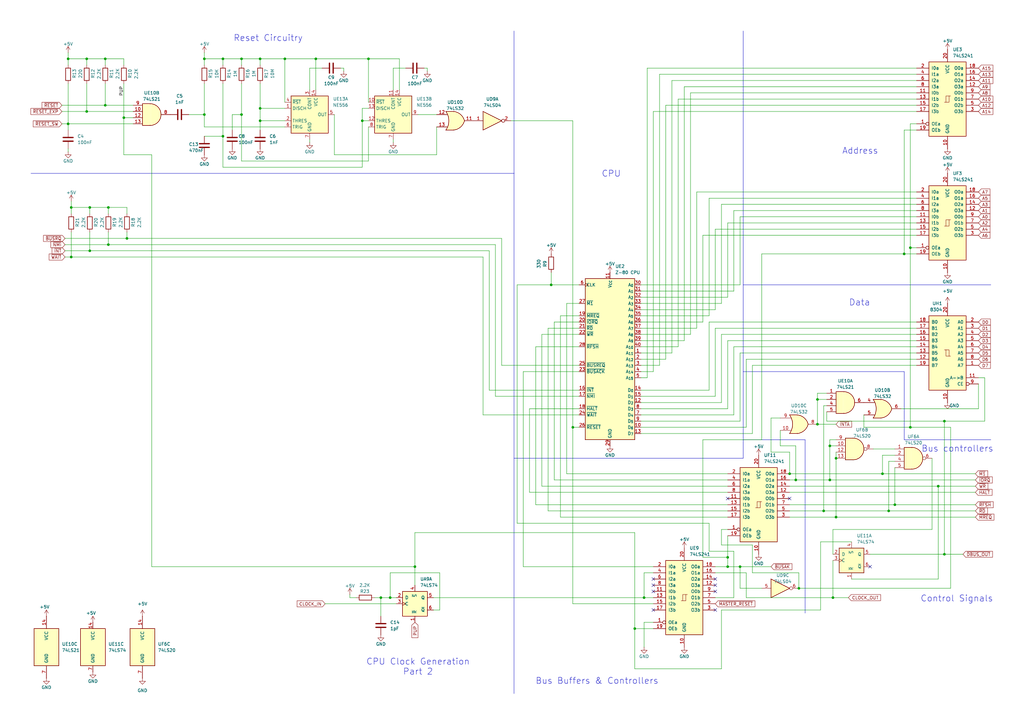
<source format=kicad_sch>
(kicad_sch (version 20250114) (generator "eeschema") (generator_version "9.0")
  (paper "A3")
  (text "CPU Clock Generation\nPart 2" (at 171.45 273.558 0) (effects (font (size 2.54 2.54))))
  (text "Data" (at 352.552 124.206 0) (effects (font (size 2.54 2.54))))
  (text "Bus controllers" (at 392.684 184.15 0) (effects (font (size 2.54 2.54))))
  (text "Address" (at 352.806 61.976 0) (effects (font (size 2.54 2.54))))
  (text "Bus Buffers & Controllers" (at 244.856 279.4 0) (effects (font (size 2.54 2.54))))
  (text "Reset Circuitry" (at 109.982 15.748 0) (effects (font (size 2.54 2.54))))
  (text "Control Signals" (at 392.43 245.618 0) (effects (font (size 2.54 2.54))))
  (text "CPU" (at 250.698 71.374 0) (effects (font (size 2.54 2.54))))
  (junction (at 298.45 232.41))
  (junction (at 170.18 232.41))
  (junction (at 43.18 24.13))
  (junction (at 160.02 245.11))
  (junction (at 106.68 44.45))
  (junction (at 341.63 245.11))
  (junction (at 35.56 45.72))
  (junction (at 36.83 102.87))
  (junction (at 340.36 182.88))
  (junction (at 323.85 194.31))
  (junction (at 373.38 175.26))
  (junction (at 342.9 212.09))
  (junction (at 44.45 85.09))
  (junction (at 91.44 55.88))
  (junction (at 327.66 241.3))
  (junction (at 335.28 173.99))
  (junction (at 99.06 46.99))
  (junction (at 340.36 196.85))
  (junction (at 264.16 245.11))
  (junction (at 29.21 85.09))
  (junction (at 36.83 85.09))
  (junction (at 83.82 46.99))
  (junction (at 370.84 104.14))
  (junction (at 387.35 172.72))
  (junction (at 260.35 257.81))
  (junction (at 156.21 245.11))
  (junction (at 29.21 105.41))
  (junction (at 83.82 24.13))
  (junction (at 44.45 100.33))
  (junction (at 337.82 209.55))
  (junction (at 27.94 24.13))
  (junction (at 226.06 116.84))
  (junction (at 234.95 175.26))
  (junction (at 27.94 50.8))
  (junction (at 35.56 24.13))
  (junction (at 387.35 227.33))
  (junction (at 50.8 48.26))
  (junction (at 106.68 49.53))
  (junction (at 116.84 24.13))
  (junction (at 384.81 199.39))
  (junction (at 148.59 49.53))
  (junction (at 335.28 163.83))
  (junction (at 373.38 101.6))
  (junction (at 298.45 228.6))
  (junction (at 303.53 232.41))
  (junction (at 106.68 24.13))
  (junction (at 99.06 24.13))
  (junction (at 367.03 207.01))
  (junction (at 52.07 97.79))
  (junction (at 91.44 24.13))
  (junction (at 129.54 24.13))
  (junction (at 43.18 43.18))
  (junction (at 364.49 209.55))
  (junction (at 326.39 196.85))
  (junction (at 151.13 24.13))
  (junction (at 361.95 194.31))
  (junction (at 342.9 187.96))
  (no_connect (at 267.97 240.03))
  (no_connect (at 267.97 242.57))
  (no_connect (at 293.37 237.49))
  (no_connect (at 323.85 204.47))
  (no_connect (at 298.45 204.47))
  (no_connect (at 293.37 250.19))
  (no_connect (at 293.37 240.03))
  (no_connect (at 356.87 232.41))
  (no_connect (at 267.97 250.19))
  (no_connect (at 267.97 237.49))
  (no_connect (at 293.37 242.57))
  (wire (pts (xy 375.92 96.52) (xy 288.29 96.52)))
  (wire (pts (xy 370.84 53.34) (xy 370.84 104.14)))
  (wire (pts (xy 375.92 147.32) (xy 306.07 147.32)))
  (wire (pts (xy 232.41 124.46) (xy 237.49 124.46)))
  (wire (pts (xy 161.29 27.94) (xy 161.29 36.83)))
  (wire (pts (xy 260.35 257.81) (xy 260.35 218.44)))
  (wire (pts (xy 99.06 46.99) (xy 99.06 66.04)))
  (wire (pts (xy 116.84 49.53) (xy 106.68 49.53)))
  (wire (pts (xy 341.63 245.11) (xy 347.98 245.11)))
  (wire (pts (xy 303.53 144.78) (xy 303.53 172.72)))
  (wire (pts (xy 273.05 147.32) (xy 262.89 147.32)))
  (wire (pts (xy 151.13 24.13) (xy 129.54 24.13)))
  (wire (pts (xy 375.92 78.74) (xy 285.75 78.74)))
  (wire (pts (xy 83.82 21.59) (xy 83.82 24.13)))
  (wire (pts (xy 382.27 217.17) (xy 341.63 217.17)))
  (wire (pts (xy 306.07 147.32) (xy 306.07 175.26)))
  (wire (pts (xy 26.67 97.79) (xy 52.07 97.79)))
  (wire (pts (xy 52.07 97.79) (xy 52.07 95.25)))
  (wire (pts (xy 217.17 167.64) (xy 237.49 167.64)))
  (wire (pts (xy 224.79 209.55) (xy 224.79 134.62)))
  (wire (pts (xy 327.66 234.95) (xy 308.61 234.95)))
  (polyline (pts (xy 210.82 12.7) (xy 210.82 71.12)))
  (wire (pts (xy 389.89 175.26) (xy 389.89 241.3)))
  (wire (pts (xy 384.81 199.39) (xy 400.05 199.39)))
  (wire (pts (xy 91.44 55.88) (xy 91.44 34.29)))
  (wire (pts (xy 288.29 228.6) (xy 298.45 228.6)))
  (wire (pts (xy 303.53 88.9) (xy 303.53 116.84)))
  (wire (pts (xy 401.32 154.94) (xy 403.86 154.94)))
  (wire (pts (xy 264.16 255.27) (xy 267.97 255.27)))
  (wire (pts (xy 227.33 196.85) (xy 227.33 132.08)))
  (wire (pts (xy 36.83 85.09) (xy 29.21 85.09)))
  (wire (pts (xy 335.28 161.29) (xy 335.28 163.83)))
  (polyline (pts (xy 12.7 71.12) (xy 210.82 71.12)))
  (wire (pts (xy 364.49 209.55) (xy 400.05 209.55)))
  (wire (pts (xy 106.68 49.53) (xy 106.68 53.34)))
  (wire (pts (xy 25.4 43.18) (xy 43.18 43.18)))
  (wire (pts (xy 137.16 63.5) (xy 179.07 63.5)))
  (wire (pts (xy 339.09 172.72) (xy 387.35 172.72)))
  (wire (pts (xy 129.54 24.13) (xy 116.84 24.13)))
  (wire (pts (xy 212.09 116.84) (xy 226.06 116.84)))
  (wire (pts (xy 175.26 27.94) (xy 175.26 29.21)))
  (wire (pts (xy 323.85 196.85) (xy 326.39 196.85)))
  (wire (pts (xy 27.94 60.96) (xy 27.94 62.23)))
  (wire (pts (xy 298.45 209.55) (xy 224.79 209.55)))
  (wire (pts (xy 25.4 50.8) (xy 27.94 50.8)))
  (wire (pts (xy 43.18 34.29) (xy 43.18 43.18)))
  (wire (pts (xy 298.45 228.6) (xy 298.45 232.41)))
  (wire (pts (xy 375.92 88.9) (xy 303.53 88.9)))
  (wire (pts (xy 95.25 46.99) (xy 99.06 46.99)))
  (wire (pts (xy 293.37 127) (xy 262.89 127)))
  (wire (pts (xy 198.12 170.18) (xy 198.12 105.41)))
  (wire (pts (xy 177.8 250.19) (xy 180.34 250.19)))
  (wire (pts (xy 153.67 245.11) (xy 156.21 245.11)))
  (wire (pts (xy 300.99 86.36) (xy 300.99 119.38)))
  (wire (pts (xy 91.44 68.58) (xy 91.44 55.88)))
  (wire (pts (xy 106.68 49.53) (xy 106.68 44.45)))
  (wire (pts (xy 27.94 50.8) (xy 27.94 53.34)))
  (wire (pts (xy 275.59 144.78) (xy 262.89 144.78)))
  (polyline (pts (xy 330.2 180.34) (xy 330.2 251.46)))
  (wire (pts (xy 340.36 196.85) (xy 400.05 196.85)))
  (wire (pts (xy 264.16 234.95) (xy 264.16 245.11)))
  (wire (pts (xy 298.45 199.39) (xy 222.25 199.39)))
  (wire (pts (xy 151.13 66.04) (xy 151.13 52.07)))
  (wire (pts (xy 323.85 209.55) (xy 337.82 209.55)))
  (wire (pts (xy 151.13 49.53) (xy 148.59 49.53)))
  (wire (pts (xy 160.02 245.11) (xy 162.56 245.11)))
  (wire (pts (xy 148.59 68.58) (xy 91.44 68.58)))
  (wire (pts (xy 219.71 207.01) (xy 219.71 142.24)))
  (wire (pts (xy 156.21 252.73) (xy 156.21 245.11)))
  (wire (pts (xy 308.61 149.86) (xy 308.61 177.8)))
  (wire (pts (xy 171.45 46.99) (xy 179.07 46.99)))
  (wire (pts (xy 237.49 170.18) (xy 198.12 170.18)))
  (wire (pts (xy 295.91 165.1) (xy 262.89 165.1)))
  (wire (pts (xy 209.55 49.53) (xy 234.95 49.53)))
  (polyline (pts (xy 304.8 12.7) (xy 304.8 116.84)))
  (wire (pts (xy 95.25 53.34) (xy 95.25 46.99)))
  (wire (pts (xy 375.92 33.02) (xy 275.59 33.02)))
  (wire (pts (xy 99.06 66.04) (xy 151.13 66.04)))
  (wire (pts (xy 369.57 167.64) (xy 401.32 167.64)))
  (wire (pts (xy 367.03 191.77) (xy 367.03 207.01)))
  (wire (pts (xy 375.92 35.56) (xy 280.67 35.56)))
  (wire (pts (xy 264.16 245.11) (xy 267.97 245.11)))
  (polyline (pts (xy 304.8 187.96) (xy 304.8 180.34)))
  (wire (pts (xy 44.45 85.09) (xy 44.45 87.63)))
  (wire (pts (xy 205.74 97.79) (xy 52.07 97.79)))
  (wire (pts (xy 293.37 232.41) (xy 298.45 232.41)))
  (wire (pts (xy 50.8 63.5) (xy 50.8 48.26)))
  (polyline (pts (xy 370.84 180.34) (xy 406.4 180.34)))
  (wire (pts (xy 170.18 240.03) (xy 170.18 232.41)))
  (wire (pts (xy 237.49 149.86) (xy 205.74 149.86)))
  (wire (pts (xy 44.45 100.33) (xy 44.45 95.25)))
  (wire (pts (xy 375.92 30.48) (xy 270.51 30.48)))
  (wire (pts (xy 260.35 274.32) (xy 260.35 257.81)))
  (wire (pts (xy 237.49 162.56) (xy 203.2 162.56)))
  (wire (pts (xy 198.12 105.41) (xy 29.21 105.41)))
  (wire (pts (xy 280.67 139.7) (xy 262.89 139.7)))
  (wire (pts (xy 300.99 226.06) (xy 290.83 226.06)))
  (wire (pts (xy 288.29 180.34) (xy 288.29 228.6)))
  (wire (pts (xy 300.99 245.11) (xy 300.99 226.06)))
  (wire (pts (xy 283.21 137.16) (xy 262.89 137.16)))
  (wire (pts (xy 180.34 250.19) (xy 180.34 234.95)))
  (polyline (pts (xy 304.8 152.4) (xy 304.8 116.84)))
  (wire (pts (xy 267.97 152.4) (xy 262.89 152.4)))
  (wire (pts (xy 133.35 247.65) (xy 162.56 247.65)))
  (wire (pts (xy 295.91 124.46) (xy 262.89 124.46)))
  (polyline (pts (xy 370.84 152.4) (xy 370.84 180.34)))
  (wire (pts (xy 44.45 85.09) (xy 36.83 85.09)))
  (wire (pts (xy 35.56 34.29) (xy 35.56 45.72)))
  (wire (pts (xy 288.29 132.08) (xy 262.89 132.08)))
  (wire (pts (xy 166.37 27.94) (xy 161.29 27.94)))
  (wire (pts (xy 306.07 175.26) (xy 262.89 175.26)))
  (wire (pts (xy 91.44 26.67) (xy 91.44 24.13)))
  (wire (pts (xy 375.92 144.78) (xy 303.53 144.78)))
  (wire (pts (xy 116.84 52.07) (xy 83.82 52.07)))
  (wire (pts (xy 290.83 226.06) (xy 290.83 214.63)))
  (wire (pts (xy 295.91 250.19) (xy 295.91 274.32)))
  (wire (pts (xy 300.99 142.24) (xy 300.99 170.18)))
  (wire (pts (xy 151.13 44.45) (xy 148.59 44.45)))
  (wire (pts (xy 375.92 91.44) (xy 298.45 91.44)))
  (wire (pts (xy 217.17 201.93) (xy 217.17 167.64)))
  (wire (pts (xy 298.45 139.7) (xy 298.45 167.64)))
  (wire (pts (xy 214.63 152.4) (xy 214.63 232.41)))
  (wire (pts (xy 367.03 189.23) (xy 364.49 189.23)))
  (wire (pts (xy 151.13 24.13) (xy 151.13 41.91)))
  (wire (pts (xy 222.25 137.16) (xy 237.49 137.16)))
  (wire (pts (xy 29.21 85.09) (xy 29.21 82.55)))
  (wire (pts (xy 349.25 222.25) (xy 336.55 222.25)))
  (wire (pts (xy 275.59 33.02) (xy 275.59 144.78)))
  (wire (pts (xy 203.2 100.33) (xy 44.45 100.33)))
  (wire (pts (xy 148.59 49.53) (xy 148.59 68.58)))
  (wire (pts (xy 62.23 232.41) (xy 62.23 63.5)))
  (wire (pts (xy 340.36 182.88) (xy 340.36 196.85)))
  (wire (pts (xy 375.92 45.72) (xy 267.97 45.72)))
  (wire (pts (xy 179.07 63.5) (xy 179.07 52.07)))
  (wire (pts (xy 50.8 24.13) (xy 43.18 24.13)))
  (wire (pts (xy 295.91 223.52) (xy 295.91 217.17)))
  (wire (pts (xy 83.82 52.07) (xy 83.82 46.99)))
  (wire (pts (xy 375.92 83.82) (xy 295.91 83.82)))
  (wire (pts (xy 143.51 245.11) (xy 143.51 243.84)))
  (wire (pts (xy 227.33 132.08) (xy 237.49 132.08)))
  (wire (pts (xy 265.43 154.94) (xy 262.89 154.94)))
  (wire (pts (xy 83.82 34.29) (xy 83.82 46.99)))
  (wire (pts (xy 99.06 24.13) (xy 91.44 24.13)))
  (wire (pts (xy 382.27 187.96) (xy 382.27 217.17)))
  (wire (pts (xy 27.94 24.13) (xy 27.94 21.59)))
  (wire (pts (xy 342.9 187.96) (xy 342.9 212.09)))
  (wire (pts (xy 116.84 44.45) (xy 106.68 44.45)))
  (wire (pts (xy 140.97 27.94) (xy 140.97 29.21)))
  (wire (pts (xy 308.61 223.52) (xy 295.91 223.52)))
  (wire (pts (xy 373.38 101.6) (xy 375.92 101.6)))
  (wire (pts (xy 35.56 24.13) (xy 27.94 24.13)))
  (wire (pts (xy 36.83 85.09) (xy 36.83 87.63)))
  (wire (pts (xy 200.66 160.02) (xy 200.66 102.87)))
  (wire (pts (xy 226.06 116.84) (xy 237.49 116.84)))
  (wire (pts (xy 237.49 152.4) (xy 214.63 152.4)))
  (wire (pts (xy 278.13 142.24) (xy 262.89 142.24)))
  (wire (pts (xy 375.92 104.14) (xy 370.84 104.14)))
  (wire (pts (xy 50.8 48.26) (xy 50.8 34.29)))
  (wire (pts (xy 316.23 171.45) (xy 316.23 185.42)))
  (wire (pts (xy 312.42 104.14) (xy 312.42 180.34)))
  (wire (pts (xy 323.85 201.93) (xy 400.05 201.93)))
  (wire (pts (xy 229.87 129.54) (xy 237.49 129.54)))
  (wire (pts (xy 303.53 241.3) (xy 312.42 241.3)))
  (wire (pts (xy 375.92 40.64) (xy 278.13 40.64)))
  (wire (pts (xy 361.95 194.31) (xy 400.05 194.31)))
  (wire (pts (xy 298.45 232.41) (xy 303.53 232.41)))
  (wire (pts (xy 267.97 257.81) (xy 260.35 257.81)))
  (wire (pts (xy 349.25 237.49) (xy 384.81 237.49)))
  (wire (pts (xy 293.37 134.62) (xy 293.37 162.56)))
  (wire (pts (xy 323.85 194.31) (xy 361.95 194.31)))
  (wire (pts (xy 295.91 274.32) (xy 260.35 274.32)))
  (wire (pts (xy 339.09 161.29) (xy 335.28 161.29)))
  (wire (pts (xy 232.41 194.31) (xy 232.41 124.46)))
  (wire (pts (xy 27.94 34.29) (xy 27.94 50.8)))
  (wire (pts (xy 375.92 53.34) (xy 370.84 53.34)))
  (wire (pts (xy 265.43 27.94) (xy 265.43 154.94)))
  (wire (pts (xy 387.35 227.33) (xy 387.35 172.72)))
  (wire (pts (xy 303.53 232.41) (xy 316.23 232.41)))
  (polyline (pts (xy 304.8 152.4) (xy 370.84 152.4)))
  (wire (pts (xy 214.63 232.41) (xy 267.97 232.41)))
  (wire (pts (xy 200.66 102.87) (xy 36.83 102.87)))
  (wire (pts (xy 156.21 245.11) (xy 160.02 245.11)))
  (wire (pts (xy 290.83 214.63) (xy 212.09 214.63)))
  (wire (pts (xy 375.92 93.98) (xy 293.37 93.98)))
  (wire (pts (xy 375.92 50.8) (xy 373.38 50.8)))
  (wire (pts (xy 99.06 26.67) (xy 99.06 24.13)))
  (wire (pts (xy 161.29 57.15) (xy 161.29 58.42)))
  (wire (pts (xy 337.82 209.55) (xy 364.49 209.55)))
  (wire (pts (xy 293.37 93.98) (xy 293.37 127)))
  (wire (pts (xy 127 27.94) (xy 127 36.83)))
  (wire (pts (xy 300.99 119.38) (xy 262.89 119.38)))
  (wire (pts (xy 306.07 245.11) (xy 341.63 245.11)))
  (wire (pts (xy 267.97 234.95) (xy 264.16 234.95)))
  (wire (pts (xy 295.91 83.82) (xy 295.91 124.46)))
  (wire (pts (xy 375.92 142.24) (xy 300.99 142.24)))
  (wire (pts (xy 52.07 87.63) (xy 52.07 85.09)))
  (wire (pts (xy 290.83 129.54) (xy 262.89 129.54)))
  (wire (pts (xy 170.18 232.41) (xy 62.23 232.41)))
  (wire (pts (xy 375.92 81.28) (xy 290.83 81.28)))
  (wire (pts (xy 298.45 194.31) (xy 232.41 194.31)))
  (wire (pts (xy 106.68 24.13) (xy 99.06 24.13)))
  (wire (pts (xy 326.39 196.85) (xy 340.36 196.85)))
  (wire (pts (xy 278.13 40.64) (xy 278.13 142.24)))
  (wire (pts (xy 270.51 149.86) (xy 262.89 149.86)))
  (wire (pts (xy 170.18 218.44) (xy 170.18 232.41)))
  (wire (pts (xy 163.83 36.83) (xy 163.83 24.13)))
  (wire (pts (xy 83.82 55.88) (xy 91.44 55.88)))
  (wire (pts (xy 303.53 116.84) (xy 262.89 116.84)))
  (wire (pts (xy 295.91 137.16) (xy 295.91 165.1)))
  (wire (pts (xy 298.45 167.64) (xy 262.89 167.64)))
  (wire (pts (xy 283.21 38.1) (xy 283.21 137.16)))
  (wire (pts (xy 54.61 48.26) (xy 50.8 48.26)))
  (wire (pts (xy 43.18 24.13) (xy 35.56 24.13)))
  (wire (pts (xy 316.23 185.42) (xy 323.85 185.42)))
  (wire (pts (xy 298.45 121.92) (xy 262.89 121.92)))
  (wire (pts (xy 260.35 218.44) (xy 170.18 218.44)))
  (wire (pts (xy 358.14 184.15) (xy 367.03 184.15)))
  (wire (pts (xy 340.36 180.34) (xy 340.36 182.88)))
  (wire (pts (xy 219.71 142.24) (xy 237.49 142.24)))
  (wire (pts (xy 341.63 217.17) (xy 341.63 227.33)))
  (wire (pts (xy 373.38 50.8) (xy 373.38 101.6)))
  (wire (pts (xy 264.16 265.43) (xy 264.16 255.27)))
  (wire (pts (xy 43.18 43.18) (xy 54.61 43.18)))
  (wire (pts (xy 384.81 237.49) (xy 384.81 199.39)))
  (wire (pts (xy 177.8 245.11) (xy 264.16 245.11)))
  (wire (pts (xy 335.28 163.83) (xy 339.09 163.83)))
  (polyline (pts (xy 210.82 71.12) (xy 210.82 284.48)))
  (wire (pts (xy 290.83 160.02) (xy 262.89 160.02)))
  (wire (pts (xy 139.7 27.94) (xy 140.97 27.94)))
  (wire (pts (xy 308.61 234.95) (xy 308.61 223.52)))
  (wire (pts (xy 160.02 234.95) (xy 160.02 245.11)))
  (wire (pts (xy 29.21 85.09) (xy 29.21 87.63)))
  (wire (pts (xy 91.44 24.13) (xy 83.82 24.13)))
  (wire (pts (xy 212.09 214.63) (xy 212.09 116.84)))
  (wire (pts (xy 375.92 38.1) (xy 283.21 38.1)))
  (polyline (pts (xy 210.82 187.96) (xy 304.8 187.96)))
  (wire (pts (xy 323.85 199.39) (xy 384.81 199.39)))
  (wire (pts (xy 367.03 186.69) (xy 361.95 186.69)))
  (wire (pts (xy 116.84 24.13) (xy 106.68 24.13)))
  (wire (pts (xy 224.79 134.62) (xy 237.49 134.62)))
  (wire (pts (xy 298.45 207.01) (xy 219.71 207.01)))
  (wire (pts (xy 337.82 166.37) (xy 337.82 209.55)))
  (wire (pts (xy 340.36 182.88) (xy 342.9 182.88)))
  (wire (pts (xy 237.49 175.26) (xy 234.95 175.26)))
  (wire (pts (xy 288.29 96.52) (xy 288.29 132.08)))
  (wire (pts (xy 303.53 172.72) (xy 262.89 172.72)))
  (wire (pts (xy 323.85 185.42) (xy 323.85 194.31)))
  (wire (pts (xy 173.99 27.94) (xy 175.26 27.94)))
  (wire (pts (xy 27.94 50.8) (xy 54.61 50.8)))
  (wire (pts (xy 298.45 201.93) (xy 217.17 201.93)))
  (wire (pts (xy 336.55 222.25) (xy 336.55 250.19)))
  (wire (pts (xy 267.97 247.65) (xy 234.95 247.65)))
  (wire (pts (xy 375.92 139.7) (xy 298.45 139.7)))
  (wire (pts (xy 295.91 217.17) (xy 298.45 217.17)))
  (wire (pts (xy 356.87 227.33) (xy 387.35 227.33)))
  (wire (pts (xy 298.45 219.71) (xy 298.45 228.6)))
  (wire (pts (xy 50.8 26.67) (xy 50.8 24.13)))
  (wire (pts (xy 373.38 101.6) (xy 373.38 175.26)))
  (wire (pts (xy 280.67 35.56) (xy 280.67 139.7)))
  (wire (pts (xy 83.82 24.13) (xy 83.82 26.67)))
  (wire (pts (xy 306.07 234.95) (xy 306.07 245.11)))
  (wire (pts (xy 285.75 78.74) (xy 285.75 134.62)))
  (wire (pts (xy 205.74 149.86) (xy 205.74 97.79)))
  (wire (pts (xy 389.89 241.3) (xy 327.66 241.3)))
  (wire (pts (xy 43.18 24.13) (xy 43.18 26.67)))
  (wire (pts (xy 106.68 44.45) (xy 106.68 34.29)))
  (wire (pts (xy 339.09 168.91) (xy 339.09 172.72)))
  (wire (pts (xy 226.06 111.76) (xy 226.06 116.84)))
  (wire (pts (xy 339.09 166.37) (xy 337.82 166.37)))
  (polyline (pts (xy 304.8 180.34) (xy 304.8 152.4)))
  (wire (pts (xy 285.75 134.62) (xy 262.89 134.62)))
  (wire (pts (xy 336.55 250.19) (xy 295.91 250.19)))
  (wire (pts (xy 26.67 102.87) (xy 36.83 102.87)))
  (wire (pts (xy 298.45 196.85) (xy 227.33 196.85)))
  (wire (pts (xy 375.92 134.62) (xy 293.37 134.62)))
  (wire (pts (xy 335.28 173.99) (xy 342.9 173.99)))
  (wire (pts (xy 373.38 175.26) (xy 389.89 175.26)))
  (wire (pts (xy 375.92 149.86) (xy 308.61 149.86)))
  (wire (pts (xy 367.03 207.01) (xy 400.05 207.01)))
  (wire (pts (xy 320.04 176.53) (xy 320.04 182.88)))
  (wire (pts (xy 354.33 170.18) (xy 354.33 175.26)))
  (wire (pts (xy 35.56 45.72) (xy 54.61 45.72)))
  (wire (pts (xy 375.92 27.94) (xy 265.43 27.94)))
  (wire (pts (xy 403.86 154.94) (xy 403.86 172.72)))
  (wire (pts (xy 25.4 45.72) (xy 35.56 45.72)))
  (wire (pts (xy 99.06 34.29) (xy 99.06 46.99)))
  (wire (pts (xy 364.49 189.23) (xy 364.49 209.55)))
  (wire (pts (xy 137.16 46.99) (xy 137.16 63.5)))
  (wire (pts (xy 222.25 199.39) (xy 222.25 137.16)))
  (wire (pts (xy 234.95 175.26) (xy 234.95 49.53)))
  (wire (pts (xy 62.23 63.5) (xy 50.8 63.5)))
  (wire (pts (xy 203.2 162.56) (xy 203.2 100.33)))
  (wire (pts (xy 327.66 241.3) (xy 327.66 234.95)))
  (wire (pts (xy 361.95 186.69) (xy 361.95 194.31)))
  (wire (pts (xy 180.34 234.95) (xy 160.02 234.95)))
  (wire (pts (xy 375.92 43.18) (xy 273.05 43.18)))
  (polyline (pts (xy 304.8 180.34) (xy 330.2 180.34)))
  (wire (pts (xy 146.05 245.11) (xy 143.51 245.11)))
  (wire (pts (xy 132.08 27.94) (xy 127 27.94)))
  (wire (pts (xy 163.83 24.13) (xy 151.13 24.13)))
  (wire (pts (xy 342.9 185.42) (xy 342.9 187.96)))
  (wire (pts (xy 290.83 81.28) (xy 290.83 129.54)))
  (wire (pts (xy 27.94 24.13) (xy 27.94 26.67)))
  (wire (pts (xy 293.37 234.95) (xy 306.07 234.95)))
  (polyline (pts (xy 304.8 116.84) (xy 406.4 116.84)))
  (wire (pts (xy 341.63 229.87) (xy 341.63 245.11)))
  (wire (pts (xy 267.97 45.72) (xy 267.97 152.4)))
  (wire (pts (xy 312.42 180.34) (xy 288.29 180.34)))
  (wire (pts (xy 298.45 91.44) (xy 298.45 121.92)))
  (wire (pts (xy 293.37 162.56) (xy 262.89 162.56)))
  (wire (pts (xy 52.07 85.09) (xy 44.45 85.09)))
  (wire (pts (xy 375.92 137.16) (xy 295.91 137.16)))
  (wire (pts (xy 129.54 36.83) (xy 129.54 24.13)))
  (wire (pts (xy 303.53 232.41) (xy 303.53 241.3)))
  (wire (pts (xy 293.37 245.11) (xy 300.99 245.11)))
  (wire (pts (xy 320.04 182.88) (xy 326.39 182.88)))
  (wire (pts (xy 273.05 43.18) (xy 273.05 147.32)))
  (wire (pts (xy 148.59 44.45) (xy 148.59 49.53)))
  (wire (pts (xy 29.21 105.41) (xy 29.21 95.25)))
  (wire (pts (xy 234.95 247.65) (xy 234.95 175.26)))
  (wire (pts (xy 116.84 24.13) (xy 116.84 41.91)))
  (wire (pts (xy 26.67 105.41) (xy 29.21 105.41)))
  (wire (pts (xy 323.85 212.09) (xy 342.9 212.09)))
  (wire (pts (xy 342.9 180.34) (xy 340.36 180.34)))
  (wire (pts (xy 401.32 167.64) (xy 401.32 157.48)))
  (wire (pts (xy 323.85 207.01) (xy 367.03 207.01)))
  (wire (pts (xy 370.84 104.14) (xy 312.42 104.14)))
  (wire (pts (xy 403.86 172.72) (xy 387.35 172.72)))
  (wire (pts (xy 106.68 26.67) (xy 106.68 24.13)))
  (wire (pts (xy 270.51 30.48) (xy 270.51 149.86)))
  (wire (pts (xy 335.28 163.83) (xy 335.28 173.99)))
  (wire (pts (xy 298.45 212.09) (xy 229.87 212.09)))
  (wire (pts (xy 375.92 86.36) (xy 300.99 86.36)))
  (wire (pts (xy 229.87 212.09) (xy 229.87 129.54)))
  (wire (pts (xy 342.9 212.09) (xy 400.05 212.09)))
  (wire (pts (xy 35.56 24.13) (xy 35.56 26.67)))
  (wire (pts (xy 83.82 46.99) (xy 77.47 46.99)))
  (wire (pts (xy 375.92 132.08) (xy 290.83 132.08)))
  (wire (pts (xy 290.83 132.08) (xy 290.83 160.02)))
  (wire (pts (xy 26.67 100.33) (xy 44.45 100.33)))
  (wire (pts (xy 127 57.15) (xy 127 58.42)))
  (wire (pts (xy 354.33 175.26) (xy 373.38 175.26)))
  (wire (pts (xy 387.35 227.33) (xy 394.97 227.33)))
  (wire (pts (xy 300.99 170.18) (xy 262.89 170.18)))
  (wire (pts (xy 320.04 171.45) (xy 316.23 171.45)))
  (wire (pts (xy 308.61 177.8) (xy 262.89 177.8)))
  (wire (pts (xy 237.49 160.02) (xy 200.66 160.02)))
  (wire (pts (xy 326.39 182.88) (xy 326.39 196.85)))
  (wire (pts (xy 36.83 95.25) (xy 36.83 102.87)))
  (label "PUP" (at 50.8 39.37 90))
  (global_label "A4" (shape input) (at 401.32 93.98 0) (property "Intersheetrefs" "${INTERSHEET_REFS}" (effects (hide yes))))
  (global_label "D7" (shape input) (at 401.32 149.86 0) (property "Intersheetrefs" "${INTERSHEET_REFS}" (effects (hide yes))))
  (global_label "~{INTA}" (shape input) (at 342.9 173.99 0) (property "Intersheetrefs" "${INTERSHEET_REFS}" (effects (hide yes))))
  (global_label "D1" (shape input) (at 401.32 134.62 0) (property "Intersheetrefs" "${INTERSHEET_REFS}" (effects (hide yes))))
  (global_label "~{RESET}" (shape input) (at 25.4 43.18 180) (property "Intersheetrefs" "${INTERSHEET_REFS}" (effects (hide yes))))
  (global_label "~{BUSRQ}" (shape input) (at 26.67 97.79 180) (property "Intersheetrefs" "${INTERSHEET_REFS}" (effects (hide yes))))
  (global_label "A9" (shape input) (at 401.32 35.56 0) (property "Intersheetrefs" "${INTERSHEET_REFS}" (effects (hide yes))))
  (global_label "~{IORQ}" (shape input) (at 400.05 196.85 0) (property "Intersheetrefs" "${INTERSHEET_REFS}" (effects (hide yes))))
  (global_label "A3" (shape input) (at 401.32 83.82 0) (property "Intersheetrefs" "${INTERSHEET_REFS}" (effects (hide yes))))
  (global_label "A8" (shape input) (at 401.32 38.1 0) (property "Intersheetrefs" "${INTERSHEET_REFS}" (effects (hide yes))))
  (global_label "~{RESET_EXP}" (shape input) (at 25.4 45.72 180) (property "Intersheetrefs" "${INTERSHEET_REFS}" (effects (hide yes))))
  (global_label "~{RD}" (shape input) (at 400.05 209.55 0) (property "Intersheetrefs" "${INTERSHEET_REFS}" (effects (hide yes))))
  (global_label "A11" (shape input) (at 401.32 33.02 0) (property "Intersheetrefs" "${INTERSHEET_REFS}" (effects (hide yes))))
  (global_label "~{INT}" (shape input) (at 26.67 102.87 180) (property "Intersheetrefs" "${INTERSHEET_REFS}" (effects (hide yes))))
  (global_label "D2" (shape input) (at 401.32 137.16 0) (property "Intersheetrefs" "${INTERSHEET_REFS}" (effects (hide yes))))
  (global_label "D0" (shape input) (at 401.32 132.08 0) (property "Intersheetrefs" "${INTERSHEET_REFS}" (effects (hide yes))))
  (global_label "A2" (shape input) (at 401.32 91.44 0) (property "Intersheetrefs" "${INTERSHEET_REFS}" (effects (hide yes))))
  (global_label "A14" (shape input) (at 401.32 45.72 0) (property "Intersheetrefs" "${INTERSHEET_REFS}" (effects (hide yes))))
  (global_label "~{RESET_SW}" (shape input) (at 25.4 50.8 180) (property "Intersheetrefs" "${INTERSHEET_REFS}" (effects (hide yes))))
  (global_label "~{HALT}" (shape input) (at 400.05 201.93 0) (property "Intersheetrefs" "${INTERSHEET_REFS}" (effects (hide yes))))
  (global_label "A6" (shape input) (at 401.32 96.52 0) (property "Intersheetrefs" "${INTERSHEET_REFS}" (effects (hide yes))))
  (global_label "D6" (shape input) (at 401.32 147.32 0) (property "Intersheetrefs" "${INTERSHEET_REFS}" (effects (hide yes))))
  (global_label "~{M1}" (shape input) (at 400.05 194.31 0) (property "Intersheetrefs" "${INTERSHEET_REFS}" (effects (hide yes))))
  (global_label "D5" (shape input) (at 401.32 144.78 0) (property "Intersheetrefs" "${INTERSHEET_REFS}" (effects (hide yes))))
  (global_label "~{WR}" (shape input) (at 400.05 199.39 0) (property "Intersheetrefs" "${INTERSHEET_REFS}" (effects (hide yes))))
  (global_label "~{WAIT}" (shape input) (at 26.67 105.41 180) (property "Intersheetrefs" "${INTERSHEET_REFS}" (effects (hide yes))))
  (global_label "PUP" (shape input) (at 170.18 255.27 270) (property "Intersheetrefs" "${INTERSHEET_REFS}" (effects (hide yes))))
  (global_label "CLOCK_OUT" (shape input) (at 347.98 245.11 0) (property "Intersheetrefs" "${INTERSHEET_REFS}" (effects (hide yes))))
  (global_label "A13" (shape input) (at 401.32 30.48 0) (property "Intersheetrefs" "${INTERSHEET_REFS}" (effects (hide yes))))
  (global_label "D3" (shape input) (at 401.32 139.7 0) (property "Intersheetrefs" "${INTERSHEET_REFS}" (effects (hide yes))))
  (global_label "~{BUSAK}" (shape input) (at 316.23 232.41 0) (property "Intersheetrefs" "${INTERSHEET_REFS}" (effects (hide yes))))
  (global_label "D4" (shape input) (at 401.32 142.24 0) (property "Intersheetrefs" "${INTERSHEET_REFS}" (effects (hide yes))))
  (global_label "~{RFSH}" (shape input) (at 400.05 207.01 0) (property "Intersheetrefs" "${INTERSHEET_REFS}" (effects (hide yes))))
  (global_label "CLOCK_IN" (shape input) (at 133.35 247.65 180) (property "Intersheetrefs" "${INTERSHEET_REFS}" (effects (hide yes))))
  (global_label "A5" (shape input) (at 401.32 81.28 0) (property "Intersheetrefs" "${INTERSHEET_REFS}" (effects (hide yes))))
  (global_label "~{DBUS_OUT}" (shape input) (at 394.97 227.33 0) (property "Intersheetrefs" "${INTERSHEET_REFS}" (effects (hide yes))))
  (global_label "A7" (shape input) (at 401.32 78.74 0) (property "Intersheetrefs" "${INTERSHEET_REFS}" (effects (hide yes))))
  (global_label "~{MASTER_RESET}" (shape input) (at 293.37 247.65 0) (property "Intersheetrefs" "${INTERSHEET_REFS}" (effects (hide yes))))
  (global_label "A0" (shape input) (at 401.32 88.9 0) (property "Intersheetrefs" "${INTERSHEET_REFS}" (effects (hide yes))))
  (global_label "~{NMI}" (shape input) (at 26.67 100.33 180) (property "Intersheetrefs" "${INTERSHEET_REFS}" (effects (hide yes))))
  (global_label "A1" (shape input) (at 401.32 86.36 0) (property "Intersheetrefs" "${INTERSHEET_REFS}" (effects (hide yes))))
  (global_label "A15" (shape input) (at 401.32 27.94 0) (property "Intersheetrefs" "${INTERSHEET_REFS}" (effects (hide yes))))
  (global_label "A10" (shape input) (at 401.32 40.64 0) (property "Intersheetrefs" "${INTERSHEET_REFS}" (effects (hide yes))))
  (global_label "A12" (shape input) (at 401.32 43.18 0) (property "Intersheetrefs" "${INTERSHEET_REFS}" (effects (hide yes))))
  (global_label "~{MREQ}" (shape input) (at 400.05 212.09 0) (property "Intersheetrefs" "${INTERSHEET_REFS}" (effects (hide yes))))
  (symbol (lib_id "Device:C") (at 106.68 57.15 180) (unit 1)
    (property "Reference" "C6" (at 110.49 55.8799 0) (effects (justify right)))
    (property "Value" "1nF" (at 110.49 58.4199 0) (effects (justify right)))
    (property "Footprint" "Capacitor_THT:C_Disc_D4.3mm_W1.9mm_P5.00mm" (effects (hide yes)))
    (property "Description" "Unpolarized capacitor" (effects (hide yes)))
  )
  (symbol (lib_id "power:+5V") (at 250.19 111.76 0) (unit 1)
    (property "Reference" "#PWR0100" (effects (hide yes)))
    (property "Value" "+5V" (at 250.19 108.204 0))
    (property "Description" "Power symbol creates a global label with name \"+5V\"" (effects (hide yes)))
  )
  (symbol (lib_id "Device:R") (at 36.83 91.44 180) (unit 1)
    (property "Reference" "R20" (at 39.37 91.186 90))
    (property "Value" "2.2K" (at 41.91 91.186 90))
    (property "Footprint" "Resistor_THT:R_Axial_DIN0204_L3.6mm_D1.6mm_P7.62mm_Horizontal" (effects (hide yes)))
    (property "Description" "Resistor" (effects (hide yes)))
  )
  (symbol (lib_id "power:GND") (at 127 58.42 0) (unit 1)
    (property "Reference" "#PWR093" (effects (hide yes)))
    (property "Value" "GND" (at 127 62.23 0))
    (property "Description" "Power symbol creates a global label with name \"GND\" , ground" (effects (hide yes)))
  )
  (symbol (lib_id "Device:C") (at 156.21 256.54 180) (unit 1)
    (property "Reference" "C14" (at 160.02 255.2699 0) (effects (justify right)))
    (property "Value" "1pF" (at 160.02 257.8099 0) (effects (justify right)))
    (property "Footprint" "Capacitor_THT:C_Disc_D4.3mm_W1.9mm_P5.00mm" (effects (hide yes)))
    (property "Description" "Unpolarized capacitor" (effects (hide yes)))
  )
  (symbol (lib_id "power:GND") (at 140.97 29.21 0) (unit 1)
    (property "Reference" "#PWR094" (effects (hide yes)))
    (property "Value" "GND" (at 140.97 33.02 0))
    (property "Description" "Power symbol creates a global label with name \"GND\" , ground" (effects (hide yes)))
  )
  (symbol (lib_id "power:GND") (at 95.25 60.96 0) (unit 1)
    (property "Reference" "#PWR098" (effects (hide yes)))
    (property "Value" "GND" (at 95.25 64.77 0))
    (property "Description" "Power symbol creates a global label with name \"GND\" , ground" (effects (hide yes)))
  )
  (symbol (lib_id "power:+5V") (at 27.94 21.59 0) (unit 1)
    (property "Reference" "#PWR090" (effects (hide yes)))
    (property "Value" "+5V" (at 27.94 18.034 0))
    (property "Description" "Power symbol creates a global label with name \"+5V\"" (effects (hide yes)))
  )
  (symbol (lib_id "Device:R") (at 99.06 30.48 180) (unit 1)
    (property "Reference" "R16" (at 101.6 30.226 90))
    (property "Value" "1M" (at 104.14 30.226 90))
    (property "Footprint" "Resistor_THT:R_Axial_DIN0204_L3.6mm_D1.6mm_P7.62mm_Horizontal" (effects (hide yes)))
    (property "Description" "Resistor" (effects (hide yes)))
  )
  (symbol (lib_id "power:+5V") (at 38.1 255.27 0) (unit 1)
    (property "Reference" "#PWR0117" (effects (hide yes)))
    (property "Value" "+5V" (at 37.338 251.46 0))
    (property "Description" "Power symbol creates a global label with name \"+5V\"" (effects (hide yes)))
  )
  (symbol (lib_id "power:GND") (at 106.68 60.96 0) (unit 1)
    (property "Reference" "#PWR095" (effects (hide yes)))
    (property "Value" "GND" (at 106.68 64.77 0))
    (property "Description" "Power symbol creates a global label with name \"GND\" , ground" (effects (hide yes)))
  )
  (symbol (lib_id "74xx:74LS04") (at 320.04 241.3 0) (unit 3)
    (property "Reference" "UD9" (at 321.056 235.966 0))
    (property "Value" "74LS04" (at 321.056 238.506 0))
    (property "Datasheet" "http://www.ti.com/lit/gpn/sn74LS04" (effects (hide yes)))
    (property "Description" "Hex Inverter" (effects (hide yes)))
  )
  (symbol (lib_id "Device:R") (at 83.82 30.48 180) (unit 1)
    (property "Reference" "R15" (at 86.36 30.226 90))
    (property "Value" "10K" (at 88.9 30.226 90))
    (property "Footprint" "Resistor_THT:R_Axial_DIN0204_L3.6mm_D1.6mm_P7.62mm_Horizontal" (effects (hide yes)))
    (property "Description" "Resistor" (effects (hide yes)))
  )
  (symbol (lib_id "power:+5V") (at 388.62 20.32 0) (unit 1)
    (property "Reference" "#PWR0102" (effects (hide yes)))
    (property "Value" "+5V" (at 388.62 16.764 0))
    (property "Description" "Power symbol creates a global label with name \"+5V\"" (effects (hide yes)))
  )
  (symbol (lib_id "power:GND") (at 388.62 111.76 0) (unit 1)
    (property "Reference" "#PWR0105" (effects (hide yes)))
    (property "Value" "GND" (at 388.62 115.57 0))
    (property "Description" "Power symbol creates a global label with name \"GND\" , ground" (effects (hide yes)))
  )
  (symbol (lib_id "Device:R") (at 35.56 30.48 180) (unit 1)
    (property "Reference" "R12" (at 38.1 30.226 90))
    (property "Value" "2.2K" (at 40.64 30.226 90))
    (property "Footprint" "Resistor_THT:R_Axial_DIN0204_L3.6mm_D1.6mm_P7.62mm_Horizontal" (effects (hide yes)))
    (property "Description" "Resistor" (effects (hide yes)))
  )
  (symbol (lib_id "power:GND") (at 58.42 278.13 0) (unit 1)
    (property "Reference" "#PWR0120" (effects (hide yes)))
    (property "Value" "GND" (at 58.42 283.21 0))
    (property "Description" "Power symbol creates a global label with name \"GND\" , ground" (effects (hide yes)))
  )
  (symbol (lib_id "Device:C") (at 95.25 57.15 180) (unit 1)
    (property "Reference" "C8" (at 97.79 55.88 0) (effects (justify right)))
    (property "Value" "100nF" (at 97.79 58.42 0) (effects (justify right)))
    (property "Footprint" "Capacitor_THT:C_Disc_D4.3mm_W1.9mm_P5.00mm" (effects (hide yes)))
    (property "Description" "Unpolarized capacitor" (effects (hide yes)))
  )
  (symbol (lib_id "power:+5V") (at 388.62 124.46 0) (unit 1)
    (property "Reference" "#PWR0106" (effects (hide yes)))
    (property "Value" "+5V" (at 388.62 119.38 0))
    (property "Description" "Power symbol creates a global label with name \"+5V\"" (effects (hide yes)))
  )
  (symbol (lib_id "CPU:Z84C00xxP") (at 250.19 147.32 0) (unit 1)
    (property "Reference" "UE2" (at 252.3333 109.22 0) (effects (justify left)))
    (property "Value" "Z-80 CPU" (at 252.3333 111.76 0) (effects (justify left)))
    (property "Footprint" "Package_DIP:DIP-40_W15.24mm" (effects (hide yes)))
    (property "Datasheet" "https://archive.org/details/zilog-z-8400" (effects (hide yes)))
    (property "Description" "8-bit General Purpose Microprocessor, 8-bit data bus, 16-bit address bus, up to 6.17 / 8 / 10 / 20 MHz, CMOS version, DIP-40 (600 mil)" (effects (hide yes)))
  )
  (symbol (lib_id "74xx:74LS32") (at 186.69 49.53 0) (unit 4)
    (property "Reference" "UD10" (at 186.69 41.91 0))
    (property "Value" "74LS32" (at 186.69 44.45 0))
    (property "Footprint" "Package_DIP:DIP-14_W7.62mm" (effects (hide yes)))
    (property "Datasheet" "http://www.ti.com/lit/gpn/sn74LS32" (effects (hide yes)))
    (property "Description" "Quad 2-input OR" (effects (hide yes)))
  )
  (symbol (lib_id "74xx:74LS74") (at 38.1 265.43 0) (unit 3)
    (property "Reference" "UE11" (at 44.45 264.1599 0) (effects (justify left)))
    (property "Value" "74LS74" (at 44.45 266.6999 0) (effects (justify left)))
    (property "Datasheet" "74xx/74hc_hct74.pdf" (effects (hide yes)))
    (property "Description" "Dual D Flip-flop, Set & Reset" (effects (hide yes)))
  )
  (symbol (lib_id "Device:R") (at 149.86 245.11 270) (unit 1)
    (property "Reference" "R23" (at 149.606 242.57 90))
    (property "Value" "2.2K" (at 149.606 240.03 90))
    (property "Footprint" "Resistor_THT:R_Axial_DIN0204_L3.6mm_D1.6mm_P7.62mm_Horizontal" (effects (hide yes)))
    (property "Description" "Resistor" (effects (hide yes)))
  )
  (symbol (lib_id "Device:R") (at 50.8 30.48 180) (unit 1)
    (property "Reference" "R10" (at 53.34 30.226 90))
    (property "Value" "2.2K" (at 55.88 30.226 90))
    (property "Footprint" "Resistor_THT:R_Axial_DIN0204_L3.6mm_D1.6mm_P7.62mm_Horizontal" (effects (hide yes)))
    (property "Description" "Resistor" (effects (hide yes)))
  )
  (symbol (lib_id "power:GND") (at 83.82 63.5 0) (unit 1)
    (property "Reference" "#PWR099" (effects (hide yes)))
    (property "Value" "GND" (at 83.82 67.31 0))
    (property "Description" "Power symbol creates a global label with name \"GND\" , ground" (effects (hide yes)))
  )
  (symbol (lib_id "74xx:74LS241") (at 280.67 245.11 0) (unit 1)
    (property "Reference" "UE9" (at 282.8133 224.79 0) (effects (justify left)))
    (property "Value" "74LS241" (at 282.8133 227.33 0) (effects (justify left)))
    (property "Footprint" "Package_DIP:DIP-20_W7.62mm" (effects (hide yes)))
    (property "Datasheet" "http://www.ti.com/lit/ds/symlink/sn74ls241.pdf" (effects (hide yes)))
    (property "Description" "Octal Buffer and Line Driver With 3-State Output, complementary enables, non-inverting outputs" (effects (hide yes)))
  )
  (symbol (lib_id "power:GND") (at 280.67 265.43 0) (unit 1)
    (property "Reference" "#PWR0112" (effects (hide yes)))
    (property "Value" "GND" (at 280.67 269.24 0))
    (property "Description" "Power symbol creates a global label with name \"GND\" , ground" (effects (hide yes)))
  )
  (symbol (lib_id "power:+5V") (at 143.51 243.84 0) (unit 1)
    (property "Reference" "#PWR0115" (effects (hide yes)))
    (property "Value" "+5V" (at 143.51 240.284 0))
    (property "Description" "Power symbol creates a global label with name \"+5V\"" (effects (hide yes)))
  )
  (symbol (lib_id "74xx:74LS21") (at 346.71 165.1 0) (unit 1)
    (property "Reference" "UE10" (at 346.7003 156.21 0))
    (property "Value" "74LS21" (at 346.7003 158.75 0))
    (property "Footprint" "Package_DIP:DIP-14_W7.62mm" (effects (hide yes)))
    (property "Datasheet" "http://www.ti.com/lit/gpn/sn74LS21" (effects (hide yes)))
    (property "Description" "Dual 4-input AND" (effects (hide yes)))
  )
  (symbol (lib_id "power:GND") (at 38.1 275.59 0) (unit 1)
    (property "Reference" "#PWR0118" (effects (hide yes)))
    (property "Value" "GND" (at 38.1 279.4 0))
    (property "Description" "Power symbol creates a global label with name \"GND\" , ground" (effects (hide yes)))
  )
  (symbol (lib_id "power:+5V") (at 29.21 82.55 0) (unit 1)
    (property "Reference" "#PWR0110" (effects (hide yes)))
    (property "Value" "+5V" (at 29.21 78.994 0))
    (property "Description" "Power symbol creates a global label with name \"+5V\"" (effects (hide yes)))
  )
  (symbol (lib_id "power:+5V") (at 19.05 252.73 0) (unit 1)
    (property "Reference" "#PWR088" (effects (hide yes)))
    (property "Value" "+5V" (at 18.288 248.92 0))
    (property "Description" "Power symbol creates a global label with name \"+5V\"" (effects (hide yes)))
  )
  (symbol (lib_id "power:GND") (at 175.26 29.21 0) (unit 1)
    (property "Reference" "#PWR097" (effects (hide yes)))
    (property "Value" "GND" (at 175.26 33.02 0))
    (property "Description" "Power symbol creates a global label with name \"GND\" , ground" (effects (hide yes)))
  )
  (symbol (lib_id "Timer:NE556") (at 161.29 46.99 0) (unit 2)
    (property "Reference" "UE13" (at 173.99 40.5698 0))
    (property "Value" "NE556" (at 173.99 43.1098 0))
    (property "Footprint" "Package_DIP:DIP-14_W7.62mm" (effects (hide yes)))
    (property "Datasheet" "http://www.ti.com/lit/ds/symlink/ne556.pdf" (effects (hide yes)))
    (property "Description" "Dual Precision Timers, DIP-14/SOIC-14" (effects (hide yes)))
  )
  (symbol (lib_id "74xx:74LS20") (at 350.52 184.15 0) (unit 2)
    (property "Reference" "UF6" (at 353.568 176.276 0))
    (property "Value" "74LS20" (at 353.568 178.816 0))
    (property "Footprint" "Package_DIP:DIP-14_W7.62mm" (effects (hide yes)))
    (property "Datasheet" "http://www.ti.com/lit/gpn/sn74LS20" (effects (hide yes)))
    (property "Description" "Dual 4-input NAND" (effects (hide yes)))
  )
  (symbol (lib_id "power:+5V") (at 58.42 252.73 0) (unit 1)
    (property "Reference" "#PWR0119" (effects (hide yes)))
    (property "Value" "+5V" (at 58.42 247.65 0))
    (property "Description" "Power symbol creates a global label with name \"+5V\"" (effects (hide yes)))
  )
  (symbol (lib_id "74xx:74LS20") (at 374.65 187.96 0) (unit 1)
    (property "Reference" "UF6" (at 374.6403 179.07 0))
    (property "Value" "74LS20" (at 374.6403 181.61 0))
    (property "Footprint" "Package_DIP:DIP-14_W7.62mm" (effects (hide yes)))
    (property "Datasheet" "http://www.ti.com/lit/gpn/sn74LS20" (effects (hide yes)))
    (property "Description" "Dual 4-input NAND" (effects (hide yes)))
  )
  (symbol (lib_id "74xx:74LS74") (at 349.25 229.87 0) (unit 1)
    (property "Reference" "UE11" (at 351.3933 219.71 0) (effects (justify left)))
    (property "Value" "74LS74" (at 351.3933 222.25 0) (effects (justify left)))
    (property "Datasheet" "74xx/74hc_hct74.pdf" (effects (hide yes)))
    (property "Description" "Dual D Flip-flop, Set & Reset" (effects (hide yes)))
  )
  (symbol (lib_id "power:GND") (at 161.29 58.42 0) (unit 1)
    (property "Reference" "#PWR096" (effects (hide yes)))
    (property "Value" "GND" (at 161.29 62.23 0))
    (property "Description" "Power symbol creates a global label with name \"GND\" , ground" (effects (hide yes)))
  )
  (symbol (lib_id "Device:R") (at 29.21 91.44 180) (unit 1)
    (property "Reference" "R21" (at 31.75 91.186 90))
    (property "Value" "2.2K" (at 34.29 91.186 90))
    (property "Footprint" "Resistor_THT:R_Axial_DIN0204_L3.6mm_D1.6mm_P7.62mm_Horizontal" (effects (hide yes)))
    (property "Description" "Resistor" (effects (hide yes)))
  )
  (symbol (lib_id "power:+5V") (at 311.15 186.69 0) (unit 1)
    (property "Reference" "#PWR0108" (effects (hide yes)))
    (property "Value" "+5V" (at 311.15 183.134 0))
    (property "Description" "Power symbol creates a global label with name \"+5V\"" (effects (hide yes)))
  )
  (symbol (lib_id "Device:R") (at 226.06 107.95 0) (unit 1)
    (property "Reference" "R9" (at 223.52 108.204 90))
    (property "Value" "330" (at 220.98 108.204 90))
    (property "Footprint" "Resistor_THT:R_Axial_DIN0204_L3.6mm_D1.6mm_P7.62mm_Horizontal" (effects (hide yes)))
    (property "Description" "Resistor" (effects (hide yes)))
  )
  (symbol (lib_id "74xx:74LS241") (at 388.62 91.44 0) (unit 1)
    (property "Reference" "UF3" (at 390.7633 71.12 0) (effects (justify left)))
    (property "Value" "74LS241" (at 390.7633 73.66 0) (effects (justify left)))
    (property "Footprint" "Package_DIP:DIP-20_W7.62mm" (effects (hide yes)))
    (property "Datasheet" "http://www.ti.com/lit/ds/symlink/sn74ls241.pdf" (effects (hide yes)))
    (property "Description" "Octal Buffer and Line Driver With 3-State Output, complementary enables, non-inverting outputs" (effects (hide yes)))
  )
  (symbol (lib_id "Device:C") (at 27.94 57.15 0) (unit 1)
    (property "Reference" "C4" (at 31.75 55.8799 0) (effects (justify left)))
    (property "Value" "100nF" (at 31.75 58.4199 0) (effects (justify left)))
    (property "Footprint" "Capacitor_THT:C_Disc_D4.3mm_W1.9mm_P5.00mm" (effects (hide yes)))
    (property "Description" "Unpolarized capacitor" (effects (hide yes)))
  )
  (symbol (lib_id "74xx:74LS74") (at 170.18 247.65 0) (unit 1)
    (property "Reference" "UA9" (at 172.3233 237.49 0) (effects (justify left)))
    (property "Value" "74LS74" (at 172.3233 240.03 0) (effects (justify left)))
    (property "Footprint" "Package_DIP:DIP-14_W7.62mm" (effects (hide yes)))
    (property "Datasheet" "74xx/74hc_hct74.pdf" (effects (hide yes)))
    (property "Description" "Dual D Flip-flop, Set & Reset" (effects (hide yes)))
  )
  (symbol (lib_id "power:GND") (at 388.62 165.1 0) (unit 1)
    (property "Reference" "#PWR0107" (effects (hide yes)))
    (property "Value" "GND" (at 391.414 166.37 0))
    (property "Description" "Power symbol creates a global label with name \"GND\" , ground" (effects (hide yes)))
  )
  (symbol (lib_id "74xx:74LS32") (at 361.95 167.64 0) (unit 2)
    (property "Reference" "UD10" (at 361.95 160.02 0))
    (property "Value" "74LS32" (at 361.95 162.56 0))
    (property "Footprint" "Package_DIP:DIP-14_W7.62mm" (effects (hide yes)))
    (property "Datasheet" "http://www.ti.com/lit/gpn/sn74LS32" (effects (hide yes)))
    (property "Description" "Quad 2-input OR" (effects (hide yes)))
  )
  (symbol (lib_id "Device:C") (at 135.89 27.94 90) (unit 1)
    (property "Reference" "C9" (at 135.89 31.75 90))
    (property "Value" "100nF" (at 135.89 34.29 90))
    (property "Footprint" "Capacitor_THT:C_Disc_D4.3mm_W1.9mm_P5.00mm" (effects (hide yes)))
    (property "Description" "Unpolarized capacitor" (effects (hide yes)))
  )
  (symbol (lib_id "74xx:74LS241") (at 311.15 207.01 0) (unit 1)
    (property "Reference" "UF11" (at 313.2933 186.69 0) (effects (justify left)))
    (property "Value" "74LS241" (at 313.2933 189.23 0) (effects (justify left)))
    (property "Footprint" "Package_DIP:DIP-20_W7.62mm" (effects (hide yes)))
    (property "Datasheet" "http://www.ti.com/lit/ds/symlink/sn74ls241.pdf" (effects (hide yes)))
    (property "Description" "Octal Buffer and Line Driver With 3-State Output, complementary enables, non-inverting outputs" (effects (hide yes)))
  )
  (symbol (lib_id "power:GND") (at 156.21 260.35 0) (unit 1)
    (property "Reference" "#PWR0114" (effects (hide yes)))
    (property "Value" "GND" (at 156.21 264.16 0))
    (property "Description" "Power symbol creates a global label with name \"GND\" , ground" (effects (hide yes)))
  )
  (symbol (lib_id "Device:R") (at 44.45 91.44 180) (unit 1)
    (property "Reference" "R19" (at 46.99 91.186 90))
    (property "Value" "2.2K" (at 49.53 91.186 90))
    (property "Footprint" "Resistor_THT:R_Axial_DIN0204_L3.6mm_D1.6mm_P7.62mm_Horizontal" (effects (hide yes)))
    (property "Description" "Resistor" (effects (hide yes)))
  )
  (symbol (lib_id "Device:C") (at 170.18 27.94 90) (unit 1)
    (property "Reference" "C7" (at 170.18 31.75 90))
    (property "Value" "100nF" (at 170.18 34.29 90))
    (property "Footprint" "Capacitor_THT:C_Disc_D4.3mm_W1.9mm_P5.00mm" (effects (hide yes)))
    (property "Description" "Unpolarized capacitor" (effects (hide yes)))
  )
  (symbol (lib_id "power:GND") (at 250.19 182.88 0) (unit 1)
    (property "Reference" "#PWR0101" (effects (hide yes)))
    (property "Value" "GND" (at 250.19 186.69 0))
    (property "Description" "Power symbol creates a global label with name \"GND\" , ground" (effects (hide yes)))
  )
  (symbol (lib_id "power:+5V") (at 280.67 224.79 0) (unit 1)
    (property "Reference" "#PWR0111" (effects (hide yes)))
    (property "Value" "+5V" (at 280.67 221.234 0))
    (property "Description" "Power symbol creates a global label with name \"+5V\"" (effects (hide yes)))
  )
  (symbol (lib_id "power:GND") (at 27.94 62.23 0) (unit 1)
    (property "Reference" "#PWR091" (effects (hide yes)))
    (property "Value" "GND" (at 27.94 66.04 0))
    (property "Description" "Power symbol creates a global label with name \"GND\" , ground" (effects (hide yes)))
  )
  (symbol (lib_id "Device:R") (at 52.07 91.44 180) (unit 1)
    (property "Reference" "R18" (at 54.61 91.186 90))
    (property "Value" "2.2K" (at 57.15 91.186 90))
    (property "Footprint" "Resistor_THT:R_Axial_DIN0204_L3.6mm_D1.6mm_P7.62mm_Horizontal" (effects (hide yes)))
    (property "Description" "Resistor" (effects (hide yes)))
  )
  (symbol (lib_id "power:GND") (at 311.15 227.33 0) (unit 1)
    (property "Reference" "#PWR0109" (effects (hide yes)))
    (property "Value" "GND" (at 311.15 231.14 0))
    (property "Description" "Power symbol creates a global label with name \"GND\" , ground" (effects (hide yes)))
  )
  (symbol (lib_id "74xx:74LS241") (at 388.62 40.64 0) (unit 1)
    (property "Reference" "UE3" (at 390.7633 20.32 0) (effects (justify left)))
    (property "Value" "74LS241" (at 390.7633 22.86 0) (effects (justify left)))
    (property "Footprint" "Package_DIP:DIP-20_W7.62mm" (effects (hide yes)))
    (property "Datasheet" "http://www.ti.com/lit/ds/symlink/sn74ls241.pdf" (effects (hide yes)))
    (property "Description" "Octal Buffer and Line Driver With 3-State Output, complementary enables, non-inverting outputs" (effects (hide yes)))
  )
  (symbol (lib_id "TholinsStuff:8304") (at 388.62 144.78 0) (mirror y) (unit 1)
    (property "Reference" "UH1" (at 386.4767 124.46 0) (effects (justify left)))
    (property "Value" "8304" (at 386.4767 127 0) (effects (justify left)))
    (property "Footprint" "Package_DIP:DIP-20_W7.62mm" (effects (hide yes)))
    (property "Description" "Octal BUS Transceivers, 3-State outputs" (effects (hide yes)))
  )
  (symbol (lib_id "Device:C") (at 73.66 46.99 90) (unit 1)
    (property "Reference" "C5" (at 73.66 39.37 90))
    (property "Value" "1nF" (at 73.66 41.91 90))
    (property "Footprint" "Capacitor_THT:C_Disc_D4.3mm_W1.9mm_P5.00mm" (effects (hide yes)))
    (property "Description" "Unpolarized capacitor" (effects (hide yes)))
  )
  (symbol (lib_id "74xx:74LS21") (at 62.23 46.99 0) (unit 2)
    (property "Reference" "UE10" (at 62.2203 38.1 0))
    (property "Value" "74LS21" (at 62.2203 40.64 0))
    (property "Footprint" "Package_DIP:DIP-14_W7.62mm" (effects (hide yes)))
    (property "Datasheet" "http://www.ti.com/lit/gpn/sn74LS21" (effects (hide yes)))
    (property "Description" "Dual 4-input AND" (effects (hide yes)))
  )
  (symbol (lib_id "74xx:74LS20") (at 58.42 265.43 0) (unit 3)
    (property "Reference" "UF6" (at 64.77 264.1599 0) (effects (justify left)))
    (property "Value" "74LS20" (at 64.77 266.6999 0) (effects (justify left)))
    (property "Footprint" "Package_DIP:DIP-14_W7.62mm" (effects (hide yes)))
    (property "Datasheet" "http://www.ti.com/lit/gpn/sn74LS20" (effects (hide yes)))
    (property "Description" "Dual 4-input NAND" (effects (hide yes)))
  )
  (symbol (lib_id "Device:R") (at 43.18 30.48 180) (unit 1)
    (property "Reference" "R11" (at 45.72 30.226 90))
    (property "Value" "2.2K" (at 48.26 30.226 90))
    (property "Footprint" "Resistor_THT:R_Axial_DIN0204_L3.6mm_D1.6mm_P7.62mm_Horizontal" (effects (hide yes)))
    (property "Description" "Resistor" (effects (hide yes)))
  )
  (symbol (lib_id "Timer:NE556") (at 127 46.99 0) (unit 1)
    (property "Reference" "UE13" (at 139.7 40.5698 0))
    (property "Value" "NE556" (at 139.7 43.1098 0))
    (property "Footprint" "Package_DIP:DIP-14_W7.62mm" (effects (hide yes)))
    (property "Datasheet" "http://www.ti.com/lit/ds/symlink/ne556.pdf" (effects (hide yes)))
    (property "Description" "Dual Precision Timers, DIP-14/SOIC-14" (effects (hide yes)))
  )
  (symbol (lib_id "power:GND") (at 388.62 60.96 0) (unit 1)
    (property "Reference" "#PWR0103" (effects (hide yes)))
    (property "Value" "GND" (at 388.62 64.77 0))
    (property "Description" "Power symbol creates a global label with name \"GND\" , ground" (effects (hide yes)))
  )
  (symbol (lib_id "74xx:74LS04") (at 201.93 49.53 0) (unit 1)
    (property "Reference" "UD9" (at 201.93 40.64 0))
    (property "Value" "74LS04" (at 201.93 43.18 0))
    (property "Datasheet" "http://www.ti.com/lit/gpn/sn74LS04" (effects (hide yes)))
    (property "Description" "Hex Inverter" (effects (hide yes)))
  )
  (symbol (lib_id "power:GND") (at 19.05 278.13 0) (unit 1)
    (property "Reference" "#PWR089" (effects (hide yes)))
    (property "Value" "GND" (at 19.05 281.94 0))
    (property "Description" "Power symbol creates a global label with name \"GND\" , ground" (effects (hide yes)))
  )
  (symbol (lib_id "Device:R") (at 27.94 30.48 180) (unit 1)
    (property "Reference" "R13" (at 30.48 30.226 90))
    (property "Value" "220" (at 33.02 30.226 90))
    (property "Footprint" "Resistor_THT:R_Axial_DIN0204_L3.6mm_D1.6mm_P7.62mm_Horizontal" (effects (hide yes)))
    (property "Description" "Resistor" (effects (hide yes)))
  )
  (symbol (lib_id "74xx:74LS21") (at 19.05 265.43 0) (unit 3)
    (property "Reference" "UE10" (at 25.4 264.1599 0) (effects (justify left)))
    (property "Value" "74LS21" (at 25.4 266.6999 0) (effects (justify left)))
    (property "Footprint" "Package_DIP:DIP-14_W7.62mm" (effects (hide yes)))
    (property "Datasheet" "http://www.ti.com/lit/gpn/sn74LS21" (effects (hide yes)))
    (property "Description" "Dual 4-input AND" (effects (hide yes)))
  )
  (symbol (lib_id "Device:R") (at 106.68 30.48 180) (unit 1)
    (property "Reference" "R17" (at 109.22 30.226 90))
    (property "Value" "10M" (at 111.76 30.226 90))
    (property "Footprint" "Resistor_THT:R_Axial_DIN0204_L3.6mm_D1.6mm_P7.62mm_Horizontal" (effects (hide yes)))
    (property "Description" "Resistor" (effects (hide yes)))
  )
  (symbol (lib_id "power:GND") (at 264.16 265.43 0) (unit 1)
    (property "Reference" "#PWR0113" (effects (hide yes)))
    (property "Value" "GND" (at 264.16 269.24 0))
    (property "Description" "Power symbol creates a global label with name \"GND\" , ground" (effects (hide yes)))
  )
  (symbol (lib_id "Device:C") (at 83.82 59.69 180) (unit 1)
    (property "Reference" "C13" (at 77.47 59.182 0) (effects (justify right)))
    (property "Value" "470nF" (at 77.47 61.722 0) (effects (justify right)))
    (property "Footprint" "Capacitor_THT:C_Disc_D4.3mm_W1.9mm_P5.00mm" (effects (hide yes)))
    (property "Description" "Unpolarized capacitor" (effects (hide yes)))
  )
  (symbol (lib_id "power:+5V") (at 388.62 71.12 0) (unit 1)
    (property "Reference" "#PWR0104" (effects (hide yes)))
    (property "Value" "+5V" (at 388.62 67.564 0))
    (property "Description" "Power symbol creates a global label with name \"+5V\"" (effects (hide yes)))
  )
  (symbol (lib_id "Device:R") (at 91.44 30.48 180) (unit 1)
    (property "Reference" "R14" (at 93.98 30.226 90))
    (property "Value" "1M" (at 96.52 30.226 90))
    (property "Footprint" "Resistor_THT:R_Axial_DIN0204_L3.6mm_D1.6mm_P7.62mm_Horizontal" (effects (hide yes)))
    (property "Description" "Resistor" (effects (hide yes)))
  )
  (symbol (lib_id "74xx:74LS32") (at 327.66 173.99 0) (unit 3)
    (property "Reference" "UD10" (at 327.66 166.37 0))
    (property "Value" "74LS32" (at 327.66 168.91 0))
    (property "Footprint" "Package_DIP:DIP-14_W7.62mm" (effects (hide yes)))
    (property "Datasheet" "http://www.ti.com/lit/gpn/sn74LS32" (effects (hide yes)))
    (property "Description" "Quad 2-input OR" (effects (hide yes)))
  )
  (symbol (lib_id "power:+5V") (at 226.06 104.14 0) (unit 1)
    (property "Reference" "#PWR0116" (effects (hide yes)))
    (property "Value" "+5V" (at 226.06 100.584 0))
    (property "Description" "Power symbol creates a global label with name \"+5V\"" (effects (hide yes)))
  )
  (symbol (lib_id "power:+5V") (at 83.82 21.59 0) (unit 1)
    (property "Reference" "#PWR092" (effects (hide yes)))
    (property "Value" "+5V" (at 83.82 18.034 0))
    (property "Description" "Power symbol creates a global label with name \"+5V\"" (effects (hide yes)))
  )
)
</source>
